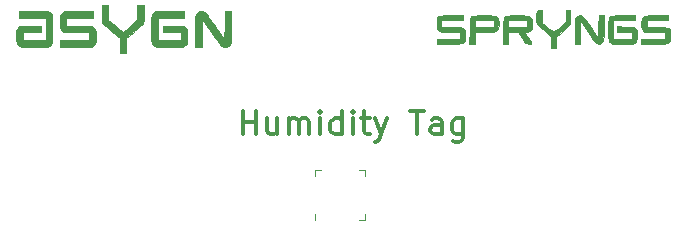
<source format=gbr>
G04 #@! TF.GenerationSoftware,KiCad,Pcbnew,5.1.9*
G04 #@! TF.CreationDate,2022-02-02T10:11:48+01:00*
G04 #@! TF.ProjectId,Test_Antenna,54657374-5f41-46e7-9465-6e6e612e6b69,rev?*
G04 #@! TF.SameCoordinates,Original*
G04 #@! TF.FileFunction,Legend,Top*
G04 #@! TF.FilePolarity,Positive*
%FSLAX46Y46*%
G04 Gerber Fmt 4.6, Leading zero omitted, Abs format (unit mm)*
G04 Created by KiCad (PCBNEW 5.1.9) date 2022-02-02 10:11:48*
%MOMM*%
%LPD*%
G01*
G04 APERTURE LIST*
%ADD10C,0.300000*%
%ADD11C,0.010000*%
%ADD12C,0.120000*%
G04 APERTURE END LIST*
D10*
X-29333333Y-32904761D02*
X-29333333Y-30904761D01*
X-29333333Y-31857142D02*
X-28190476Y-31857142D01*
X-28190476Y-32904761D02*
X-28190476Y-30904761D01*
X-26380952Y-31571428D02*
X-26380952Y-32904761D01*
X-27238095Y-31571428D02*
X-27238095Y-32619047D01*
X-27142857Y-32809523D01*
X-26952380Y-32904761D01*
X-26666666Y-32904761D01*
X-26476190Y-32809523D01*
X-26380952Y-32714285D01*
X-25428571Y-32904761D02*
X-25428571Y-31571428D01*
X-25428571Y-31761904D02*
X-25333333Y-31666666D01*
X-25142857Y-31571428D01*
X-24857142Y-31571428D01*
X-24666666Y-31666666D01*
X-24571428Y-31857142D01*
X-24571428Y-32904761D01*
X-24571428Y-31857142D02*
X-24476190Y-31666666D01*
X-24285714Y-31571428D01*
X-23999999Y-31571428D01*
X-23809523Y-31666666D01*
X-23714285Y-31857142D01*
X-23714285Y-32904761D01*
X-22761904Y-32904761D02*
X-22761904Y-31571428D01*
X-22761904Y-30904761D02*
X-22857142Y-31000000D01*
X-22761904Y-31095238D01*
X-22666666Y-31000000D01*
X-22761904Y-30904761D01*
X-22761904Y-31095238D01*
X-20952380Y-32904761D02*
X-20952380Y-30904761D01*
X-20952380Y-32809523D02*
X-21142857Y-32904761D01*
X-21523809Y-32904761D01*
X-21714285Y-32809523D01*
X-21809523Y-32714285D01*
X-21904761Y-32523809D01*
X-21904761Y-31952380D01*
X-21809523Y-31761904D01*
X-21714285Y-31666666D01*
X-21523809Y-31571428D01*
X-21142857Y-31571428D01*
X-20952380Y-31666666D01*
X-20000000Y-32904761D02*
X-20000000Y-31571428D01*
X-20000000Y-30904761D02*
X-20095238Y-31000000D01*
X-20000000Y-31095238D01*
X-19904761Y-31000000D01*
X-20000000Y-30904761D01*
X-20000000Y-31095238D01*
X-19333333Y-31571428D02*
X-18571428Y-31571428D01*
X-19047619Y-30904761D02*
X-19047619Y-32619047D01*
X-18952380Y-32809523D01*
X-18761904Y-32904761D01*
X-18571428Y-32904761D01*
X-18095238Y-31571428D02*
X-17619047Y-32904761D01*
X-17142857Y-31571428D02*
X-17619047Y-32904761D01*
X-17809523Y-33380952D01*
X-17904761Y-33476190D01*
X-18095238Y-33571428D01*
X-15142857Y-30904761D02*
X-13999999Y-30904761D01*
X-14571428Y-32904761D02*
X-14571428Y-30904761D01*
X-12476190Y-32904761D02*
X-12476190Y-31857142D01*
X-12571428Y-31666666D01*
X-12761904Y-31571428D01*
X-13142857Y-31571428D01*
X-13333333Y-31666666D01*
X-12476190Y-32809523D02*
X-12666666Y-32904761D01*
X-13142857Y-32904761D01*
X-13333333Y-32809523D01*
X-13428571Y-32619047D01*
X-13428571Y-32428571D01*
X-13333333Y-32238095D01*
X-13142857Y-32142857D01*
X-12666666Y-32142857D01*
X-12476190Y-32047619D01*
X-10666666Y-31571428D02*
X-10666666Y-33190476D01*
X-10761904Y-33380952D01*
X-10857142Y-33476190D01*
X-11047619Y-33571428D01*
X-11333333Y-33571428D01*
X-11523809Y-33476190D01*
X-10666666Y-32809523D02*
X-10857142Y-32904761D01*
X-11238095Y-32904761D01*
X-11428571Y-32809523D01*
X-11523809Y-32714285D01*
X-11619047Y-32523809D01*
X-11619047Y-31952380D01*
X-11523809Y-31761904D01*
X-11428571Y-31666666D01*
X-11238095Y-31571428D01*
X-10857142Y-31571428D01*
X-10666666Y-31666666D01*
D11*
G36*
X-4012394Y-22919351D02*
G01*
X-4008787Y-23447250D01*
X-3620385Y-23764750D01*
X-3368984Y-23972231D01*
X-3192262Y-24107900D01*
X-3061270Y-24173358D01*
X-2947054Y-24170206D01*
X-2820666Y-24100046D01*
X-2653152Y-23964478D01*
X-2490776Y-23827228D01*
X-1984000Y-23404541D01*
X-1984000Y-22399500D01*
X-1603000Y-22399500D01*
X-1603000Y-22990776D01*
X-1603476Y-23240755D01*
X-1614424Y-23425766D01*
X-1650123Y-23570462D01*
X-1724853Y-23699498D01*
X-1852894Y-23837525D01*
X-2048527Y-24009199D01*
X-2326030Y-24239171D01*
X-2326170Y-24239287D01*
X-2809500Y-24639084D01*
X-2809500Y-25638000D01*
X-3190500Y-25638000D01*
X-3191473Y-25177625D01*
X-3198038Y-24942333D01*
X-3214404Y-24755235D01*
X-3237145Y-24654231D01*
X-3239098Y-24651060D01*
X-3304369Y-24585597D01*
X-3445821Y-24458528D01*
X-3641663Y-24289059D01*
X-3838096Y-24123110D01*
X-4106910Y-23889832D01*
X-4288490Y-23698705D01*
X-4397901Y-23516622D01*
X-4450207Y-23310472D01*
X-4460472Y-23047147D01*
X-4448970Y-22780500D01*
X-4433609Y-22580440D01*
X-4403882Y-22474214D01*
X-4339515Y-22428792D01*
X-4222375Y-22411351D01*
X-4016000Y-22391453D01*
X-4012394Y-22919351D01*
G37*
X-4012394Y-22919351D02*
X-4008787Y-23447250D01*
X-3620385Y-23764750D01*
X-3368984Y-23972231D01*
X-3192262Y-24107900D01*
X-3061270Y-24173358D01*
X-2947054Y-24170206D01*
X-2820666Y-24100046D01*
X-2653152Y-23964478D01*
X-2490776Y-23827228D01*
X-1984000Y-23404541D01*
X-1984000Y-22399500D01*
X-1603000Y-22399500D01*
X-1603000Y-22990776D01*
X-1603476Y-23240755D01*
X-1614424Y-23425766D01*
X-1650123Y-23570462D01*
X-1724853Y-23699498D01*
X-1852894Y-23837525D01*
X-2048527Y-24009199D01*
X-2326030Y-24239171D01*
X-2326170Y-24239287D01*
X-2809500Y-24639084D01*
X-2809500Y-25638000D01*
X-3190500Y-25638000D01*
X-3191473Y-25177625D01*
X-3198038Y-24942333D01*
X-3214404Y-24755235D01*
X-3237145Y-24654231D01*
X-3239098Y-24651060D01*
X-3304369Y-24585597D01*
X-3445821Y-24458528D01*
X-3641663Y-24289059D01*
X-3838096Y-24123110D01*
X-4106910Y-23889832D01*
X-4288490Y-23698705D01*
X-4397901Y-23516622D01*
X-4450207Y-23310472D01*
X-4460472Y-23047147D01*
X-4448970Y-22780500D01*
X-4433609Y-22580440D01*
X-4403882Y-22474214D01*
X-4339515Y-22428792D01*
X-4222375Y-22411351D01*
X-4016000Y-22391453D01*
X-4012394Y-22919351D01*
G36*
X-10683500Y-23221513D02*
G01*
X-11588375Y-23239131D01*
X-12493250Y-23256750D01*
X-12512539Y-23521765D01*
X-12531828Y-23786781D01*
X-11645876Y-23807515D01*
X-11237660Y-23820009D01*
X-10939260Y-23842763D01*
X-10733491Y-23886608D01*
X-10603170Y-23962374D01*
X-10531114Y-24080891D01*
X-10500140Y-24252989D01*
X-10493063Y-24489498D01*
X-10493000Y-24534118D01*
X-10496502Y-24773453D01*
X-10517624Y-24953113D01*
X-10572290Y-25081652D01*
X-10676425Y-25167627D01*
X-10845953Y-25219594D01*
X-11096798Y-25246106D01*
X-11444884Y-25255722D01*
X-11838474Y-25257000D01*
X-12906000Y-25257000D01*
X-12906000Y-24812500D01*
X-10937500Y-24812500D01*
X-10937500Y-24241000D01*
X-11794750Y-24241000D01*
X-12194464Y-24237753D01*
X-12484699Y-24220454D01*
X-12682952Y-24177760D01*
X-12806714Y-24098331D01*
X-12873480Y-23970826D01*
X-12900744Y-23783903D01*
X-12906000Y-23526223D01*
X-12906000Y-23520591D01*
X-12903255Y-23287509D01*
X-12883901Y-23115242D01*
X-12831260Y-22994597D01*
X-12728655Y-22916379D01*
X-12559407Y-22871396D01*
X-12306838Y-22850452D01*
X-11954271Y-22844356D01*
X-11678625Y-22844000D01*
X-10683500Y-22844000D01*
X-10683500Y-23221513D01*
G37*
X-10683500Y-23221513D02*
X-11588375Y-23239131D01*
X-12493250Y-23256750D01*
X-12512539Y-23521765D01*
X-12531828Y-23786781D01*
X-11645876Y-23807515D01*
X-11237660Y-23820009D01*
X-10939260Y-23842763D01*
X-10733491Y-23886608D01*
X-10603170Y-23962374D01*
X-10531114Y-24080891D01*
X-10500140Y-24252989D01*
X-10493063Y-24489498D01*
X-10493000Y-24534118D01*
X-10496502Y-24773453D01*
X-10517624Y-24953113D01*
X-10572290Y-25081652D01*
X-10676425Y-25167627D01*
X-10845953Y-25219594D01*
X-11096798Y-25246106D01*
X-11444884Y-25255722D01*
X-11838474Y-25257000D01*
X-12906000Y-25257000D01*
X-12906000Y-24812500D01*
X-10937500Y-24812500D01*
X-10937500Y-24241000D01*
X-11794750Y-24241000D01*
X-12194464Y-24237753D01*
X-12484699Y-24220454D01*
X-12682952Y-24177760D01*
X-12806714Y-24098331D01*
X-12873480Y-23970826D01*
X-12900744Y-23783903D01*
X-12906000Y-23526223D01*
X-12906000Y-23520591D01*
X-12903255Y-23287509D01*
X-12883901Y-23115242D01*
X-12831260Y-22994597D01*
X-12728655Y-22916379D01*
X-12559407Y-22871396D01*
X-12306838Y-22850452D01*
X-11954271Y-22844356D01*
X-11678625Y-22844000D01*
X-10683500Y-22844000D01*
X-10683500Y-23221513D01*
G36*
X-8689122Y-22837460D02*
G01*
X-8372863Y-22848871D01*
X-8100664Y-22870303D01*
X-7900363Y-22901662D01*
X-7801281Y-22941291D01*
X-7702103Y-23115589D01*
X-7650277Y-23362991D01*
X-7645898Y-23638721D01*
X-7689066Y-23898000D01*
X-7779878Y-24096051D01*
X-7798711Y-24118928D01*
X-7855114Y-24168119D01*
X-7934680Y-24202115D01*
X-8059593Y-24223654D01*
X-8252042Y-24235472D01*
X-8534211Y-24240306D01*
X-8788342Y-24241000D01*
X-9667500Y-24241000D01*
X-9667500Y-25257000D01*
X-10120187Y-25257000D01*
X-10100219Y-24140507D01*
X-10091921Y-23735569D01*
X-10082182Y-23438790D01*
X-10068763Y-23231331D01*
X-10067870Y-23225000D01*
X-9667500Y-23225000D01*
X-9667500Y-23796500D01*
X-8080000Y-23796500D01*
X-8080000Y-23225000D01*
X-9667500Y-23225000D01*
X-10067870Y-23225000D01*
X-10049430Y-23094353D01*
X-10021945Y-23009017D01*
X-9984071Y-22956485D01*
X-9956989Y-22934007D01*
X-9837998Y-22893904D01*
X-9623879Y-22864291D01*
X-9342467Y-22845076D01*
X-9021603Y-22836164D01*
X-8689122Y-22837460D01*
G37*
X-8689122Y-22837460D02*
X-8372863Y-22848871D01*
X-8100664Y-22870303D01*
X-7900363Y-22901662D01*
X-7801281Y-22941291D01*
X-7702103Y-23115589D01*
X-7650277Y-23362991D01*
X-7645898Y-23638721D01*
X-7689066Y-23898000D01*
X-7779878Y-24096051D01*
X-7798711Y-24118928D01*
X-7855114Y-24168119D01*
X-7934680Y-24202115D01*
X-8059593Y-24223654D01*
X-8252042Y-24235472D01*
X-8534211Y-24240306D01*
X-8788342Y-24241000D01*
X-9667500Y-24241000D01*
X-9667500Y-25257000D01*
X-10120187Y-25257000D01*
X-10100219Y-24140507D01*
X-10091921Y-23735569D01*
X-10082182Y-23438790D01*
X-10068763Y-23231331D01*
X-10067870Y-23225000D01*
X-9667500Y-23225000D01*
X-9667500Y-23796500D01*
X-8080000Y-23796500D01*
X-8080000Y-23225000D01*
X-9667500Y-23225000D01*
X-10067870Y-23225000D01*
X-10049430Y-23094353D01*
X-10021945Y-23009017D01*
X-9984071Y-22956485D01*
X-9956989Y-22934007D01*
X-9837998Y-22893904D01*
X-9623879Y-22864291D01*
X-9342467Y-22845076D01*
X-9021603Y-22836164D01*
X-8689122Y-22837460D01*
G36*
X-5615427Y-22845888D02*
G01*
X-5310185Y-22858321D01*
X-5098057Y-22891451D01*
X-4962101Y-22955432D01*
X-4885374Y-23060415D01*
X-4850934Y-23216553D01*
X-4841839Y-23433999D01*
X-4841500Y-23556629D01*
X-4866092Y-23875668D01*
X-4944928Y-24088274D01*
X-5085599Y-24206137D01*
X-5286000Y-24241000D01*
X-5419852Y-24251516D01*
X-5476489Y-24276849D01*
X-5476500Y-24277246D01*
X-5442495Y-24342983D01*
X-5352586Y-24483669D01*
X-5224939Y-24671088D01*
X-5200579Y-24705871D01*
X-5028416Y-24951297D01*
X-4923783Y-25110458D01*
X-4882617Y-25201983D01*
X-4900852Y-25244502D01*
X-4974425Y-25256646D01*
X-5080346Y-25257000D01*
X-5198044Y-25251470D01*
X-5290288Y-25221719D01*
X-5380104Y-25148006D01*
X-5490521Y-25010590D01*
X-5644563Y-24789730D01*
X-5671469Y-24750222D01*
X-6016250Y-24243445D01*
X-6444875Y-24242222D01*
X-6873500Y-24241000D01*
X-6873500Y-25257000D01*
X-7254500Y-25257000D01*
X-7254500Y-24155591D01*
X-7253432Y-23796500D01*
X-6880803Y-23796500D01*
X-5286000Y-23796500D01*
X-5286000Y-23221091D01*
X-6063875Y-23238920D01*
X-6841750Y-23256750D01*
X-6861277Y-23526625D01*
X-6880803Y-23796500D01*
X-7253432Y-23796500D01*
X-7253298Y-23751773D01*
X-7248459Y-23455764D01*
X-7238139Y-23248385D01*
X-7220491Y-23110456D01*
X-7193669Y-23022801D01*
X-7155827Y-22966239D01*
X-7138375Y-22949091D01*
X-7074854Y-22908128D01*
X-6976038Y-22879099D01*
X-6821878Y-22860101D01*
X-6592328Y-22849231D01*
X-6267339Y-22844589D01*
X-6030726Y-22844000D01*
X-5615427Y-22845888D01*
G37*
X-5615427Y-22845888D02*
X-5310185Y-22858321D01*
X-5098057Y-22891451D01*
X-4962101Y-22955432D01*
X-4885374Y-23060415D01*
X-4850934Y-23216553D01*
X-4841839Y-23433999D01*
X-4841500Y-23556629D01*
X-4866092Y-23875668D01*
X-4944928Y-24088274D01*
X-5085599Y-24206137D01*
X-5286000Y-24241000D01*
X-5419852Y-24251516D01*
X-5476489Y-24276849D01*
X-5476500Y-24277246D01*
X-5442495Y-24342983D01*
X-5352586Y-24483669D01*
X-5224939Y-24671088D01*
X-5200579Y-24705871D01*
X-5028416Y-24951297D01*
X-4923783Y-25110458D01*
X-4882617Y-25201983D01*
X-4900852Y-25244502D01*
X-4974425Y-25256646D01*
X-5080346Y-25257000D01*
X-5198044Y-25251470D01*
X-5290288Y-25221719D01*
X-5380104Y-25148006D01*
X-5490521Y-25010590D01*
X-5644563Y-24789730D01*
X-5671469Y-24750222D01*
X-6016250Y-24243445D01*
X-6444875Y-24242222D01*
X-6873500Y-24241000D01*
X-6873500Y-25257000D01*
X-7254500Y-25257000D01*
X-7254500Y-24155591D01*
X-7253432Y-23796500D01*
X-6880803Y-23796500D01*
X-5286000Y-23796500D01*
X-5286000Y-23221091D01*
X-6063875Y-23238920D01*
X-6841750Y-23256750D01*
X-6861277Y-23526625D01*
X-6880803Y-23796500D01*
X-7253432Y-23796500D01*
X-7253298Y-23751773D01*
X-7248459Y-23455764D01*
X-7238139Y-23248385D01*
X-7220491Y-23110456D01*
X-7193669Y-23022801D01*
X-7155827Y-22966239D01*
X-7138375Y-22949091D01*
X-7074854Y-22908128D01*
X-6976038Y-22879099D01*
X-6821878Y-22860101D01*
X-6592328Y-22849231D01*
X-6267339Y-22844589D01*
X-6030726Y-22844000D01*
X-5615427Y-22845888D01*
G36*
X1254500Y-23824116D02*
G01*
X1250879Y-24262902D01*
X1237781Y-24592724D01*
X1211856Y-24831468D01*
X1169751Y-24997023D01*
X1108115Y-25107274D01*
X1023595Y-25180111D01*
X997625Y-25195038D01*
X886274Y-25240330D01*
X780115Y-25242774D01*
X666948Y-25191703D01*
X534573Y-25076446D01*
X370790Y-24886335D01*
X163400Y-24610702D01*
X-99797Y-24238876D01*
X-106153Y-24229754D01*
X-777500Y-23266121D01*
X-777500Y-25257000D01*
X-1222000Y-25257000D01*
X-1222000Y-24236825D01*
X-1217742Y-23778307D01*
X-1201678Y-23431508D01*
X-1168878Y-23181334D01*
X-1114410Y-23012692D01*
X-1033343Y-22910485D01*
X-920745Y-22859621D01*
X-771685Y-22845004D01*
X-767270Y-22844972D01*
X-689461Y-22851796D01*
X-613663Y-22881829D01*
X-528448Y-22947989D01*
X-422391Y-23063194D01*
X-284065Y-23240359D01*
X-102042Y-23492403D01*
X135102Y-23832243D01*
X238500Y-23981945D01*
X778250Y-24764586D01*
X795778Y-23804293D01*
X813307Y-22844000D01*
X1254500Y-22844000D01*
X1254500Y-23824116D01*
G37*
X1254500Y-23824116D02*
X1250879Y-24262902D01*
X1237781Y-24592724D01*
X1211856Y-24831468D01*
X1169751Y-24997023D01*
X1108115Y-25107274D01*
X1023595Y-25180111D01*
X997625Y-25195038D01*
X886274Y-25240330D01*
X780115Y-25242774D01*
X666948Y-25191703D01*
X534573Y-25076446D01*
X370790Y-24886335D01*
X163400Y-24610702D01*
X-99797Y-24238876D01*
X-106153Y-24229754D01*
X-777500Y-23266121D01*
X-777500Y-25257000D01*
X-1222000Y-25257000D01*
X-1222000Y-24236825D01*
X-1217742Y-23778307D01*
X-1201678Y-23431508D01*
X-1168878Y-23181334D01*
X-1114410Y-23012692D01*
X-1033343Y-22910485D01*
X-920745Y-22859621D01*
X-771685Y-22845004D01*
X-767270Y-22844972D01*
X-689461Y-22851796D01*
X-613663Y-22881829D01*
X-528448Y-22947989D01*
X-422391Y-23063194D01*
X-284065Y-23240359D01*
X-102042Y-23492403D01*
X135102Y-23832243D01*
X238500Y-23981945D01*
X778250Y-24764586D01*
X795778Y-23804293D01*
X813307Y-22844000D01*
X1254500Y-22844000D01*
X1254500Y-23824116D01*
G36*
X3858000Y-22844000D02*
G01*
X3858000Y-23221513D01*
X2953125Y-23239131D01*
X2048250Y-23256750D01*
X2030420Y-24034625D01*
X2012591Y-24812500D01*
X3674802Y-24812500D01*
X3635750Y-24272750D01*
X3016625Y-24254575D01*
X2397500Y-24236401D01*
X2397500Y-23785263D01*
X3089517Y-23806756D01*
X3457433Y-23823662D01*
X3717105Y-23857248D01*
X3887265Y-23921722D01*
X3986644Y-24031290D01*
X4033976Y-24200161D01*
X4047991Y-24442543D01*
X4048500Y-24534118D01*
X4043795Y-24784033D01*
X4018542Y-24968530D01*
X3956027Y-25097524D01*
X3839537Y-25180929D01*
X3652362Y-25228661D01*
X3377788Y-25250634D01*
X2999104Y-25256762D01*
X2830026Y-25257000D01*
X2461360Y-25255613D01*
X2197942Y-25249730D01*
X2018036Y-25236764D01*
X1899903Y-25214129D01*
X1821806Y-25179239D01*
X1762500Y-25130000D01*
X1713684Y-25071278D01*
X1679197Y-24994537D01*
X1656588Y-24878513D01*
X1643406Y-24701946D01*
X1637199Y-24443574D01*
X1635514Y-24082137D01*
X1635500Y-24028591D01*
X1637004Y-23650730D01*
X1642995Y-23379247D01*
X1655688Y-23193541D01*
X1677301Y-23073010D01*
X1710048Y-22997053D01*
X1751625Y-22949091D01*
X1815015Y-22908199D01*
X1913621Y-22879197D01*
X2067450Y-22860193D01*
X2296509Y-22849296D01*
X2620807Y-22844614D01*
X2862875Y-22843999D01*
X3858000Y-22844000D01*
G37*
X3858000Y-22844000D02*
X3858000Y-23221513D01*
X2953125Y-23239131D01*
X2048250Y-23256750D01*
X2030420Y-24034625D01*
X2012591Y-24812500D01*
X3674802Y-24812500D01*
X3635750Y-24272750D01*
X3016625Y-24254575D01*
X2397500Y-24236401D01*
X2397500Y-23785263D01*
X3089517Y-23806756D01*
X3457433Y-23823662D01*
X3717105Y-23857248D01*
X3887265Y-23921722D01*
X3986644Y-24031290D01*
X4033976Y-24200161D01*
X4047991Y-24442543D01*
X4048500Y-24534118D01*
X4043795Y-24784033D01*
X4018542Y-24968530D01*
X3956027Y-25097524D01*
X3839537Y-25180929D01*
X3652362Y-25228661D01*
X3377788Y-25250634D01*
X2999104Y-25256762D01*
X2830026Y-25257000D01*
X2461360Y-25255613D01*
X2197942Y-25249730D01*
X2018036Y-25236764D01*
X1899903Y-25214129D01*
X1821806Y-25179239D01*
X1762500Y-25130000D01*
X1713684Y-25071278D01*
X1679197Y-24994537D01*
X1656588Y-24878513D01*
X1643406Y-24701946D01*
X1637199Y-24443574D01*
X1635514Y-24082137D01*
X1635500Y-24028591D01*
X1637004Y-23650730D01*
X1642995Y-23379247D01*
X1655688Y-23193541D01*
X1677301Y-23073010D01*
X1710048Y-22997053D01*
X1751625Y-22949091D01*
X1815015Y-22908199D01*
X1913621Y-22879197D01*
X2067450Y-22860193D01*
X2296509Y-22849296D01*
X2620807Y-22844614D01*
X2862875Y-22843999D01*
X3858000Y-22844000D01*
G36*
X6652000Y-23225000D02*
G01*
X4874000Y-23225000D01*
X4874000Y-23796500D01*
X5638039Y-23796500D01*
X6058066Y-23802762D01*
X6368927Y-23825996D01*
X6588041Y-23872871D01*
X6732823Y-23950057D01*
X6820689Y-24064223D01*
X6869058Y-24222039D01*
X6877318Y-24271076D01*
X6898477Y-24617462D01*
X6854583Y-24904139D01*
X6750232Y-25107026D01*
X6710396Y-25145875D01*
X6644548Y-25187425D01*
X6551180Y-25217328D01*
X6410429Y-25237411D01*
X6202433Y-25249499D01*
X5907328Y-25255420D01*
X5505252Y-25256999D01*
X5501965Y-25257000D01*
X4429500Y-25257000D01*
X4429500Y-24812500D01*
X6461500Y-24812500D01*
X6461500Y-24241000D01*
X4692717Y-24241000D01*
X4555038Y-24066375D01*
X4480253Y-23951462D01*
X4442601Y-23822342D01*
X4434367Y-23637449D01*
X4441771Y-23456202D01*
X4456932Y-23243508D01*
X4486663Y-23086847D01*
X4548287Y-22977653D01*
X4659128Y-22907359D01*
X4836510Y-22867400D01*
X5097758Y-22849209D01*
X5460195Y-22844220D01*
X5679886Y-22844000D01*
X6652000Y-22844000D01*
X6652000Y-23225000D01*
G37*
X6652000Y-23225000D02*
X4874000Y-23225000D01*
X4874000Y-23796500D01*
X5638039Y-23796500D01*
X6058066Y-23802762D01*
X6368927Y-23825996D01*
X6588041Y-23872871D01*
X6732823Y-23950057D01*
X6820689Y-24064223D01*
X6869058Y-24222039D01*
X6877318Y-24271076D01*
X6898477Y-24617462D01*
X6854583Y-24904139D01*
X6750232Y-25107026D01*
X6710396Y-25145875D01*
X6644548Y-25187425D01*
X6551180Y-25217328D01*
X6410429Y-25237411D01*
X6202433Y-25249499D01*
X5907328Y-25255420D01*
X5505252Y-25256999D01*
X5501965Y-25257000D01*
X4429500Y-25257000D01*
X4429500Y-24812500D01*
X6461500Y-24812500D01*
X6461500Y-24241000D01*
X4692717Y-24241000D01*
X4555038Y-24066375D01*
X4480253Y-23951462D01*
X4442601Y-23822342D01*
X4434367Y-23637449D01*
X4441771Y-23456202D01*
X4456932Y-23243508D01*
X4486663Y-23086847D01*
X4548287Y-22977653D01*
X4659128Y-22907359D01*
X4836510Y-22867400D01*
X5097758Y-22849209D01*
X5460195Y-22844220D01*
X5679886Y-22844000D01*
X6652000Y-22844000D01*
X6652000Y-23225000D01*
G36*
X-30308917Y-23781359D02*
G01*
X-30308953Y-23980946D01*
X-30309067Y-24160400D01*
X-30309271Y-24320755D01*
X-30309576Y-24463043D01*
X-30309992Y-24588300D01*
X-30310530Y-24697559D01*
X-30311202Y-24791852D01*
X-30312018Y-24872215D01*
X-30312990Y-24939680D01*
X-30314127Y-24995281D01*
X-30315442Y-25040052D01*
X-30316944Y-25075026D01*
X-30318646Y-25101238D01*
X-30320557Y-25119720D01*
X-30322689Y-25131506D01*
X-30323212Y-25133380D01*
X-30364287Y-25233876D01*
X-30421724Y-25320966D01*
X-30495280Y-25394362D01*
X-30584709Y-25453775D01*
X-30603175Y-25463311D01*
X-30693613Y-25508125D01*
X-30971971Y-25508125D01*
X-31061132Y-25463779D01*
X-31143691Y-25415053D01*
X-31204553Y-25363238D01*
X-31217354Y-25347562D01*
X-31241411Y-25315591D01*
X-31275935Y-25268436D01*
X-31320141Y-25207207D01*
X-31373242Y-25133017D01*
X-31434450Y-25046977D01*
X-31502978Y-24950198D01*
X-31578040Y-24843791D01*
X-31658848Y-24728869D01*
X-31744615Y-24606541D01*
X-31834554Y-24477921D01*
X-31927879Y-24344118D01*
X-32019470Y-24212478D01*
X-32780125Y-23117915D01*
X-32782817Y-24315666D01*
X-32785508Y-25513417D01*
X-33346334Y-25513417D01*
X-33346334Y-24233354D01*
X-33346257Y-24016452D01*
X-33346024Y-23820255D01*
X-33345630Y-23644300D01*
X-33345071Y-23488126D01*
X-33344344Y-23351272D01*
X-33343445Y-23233275D01*
X-33342368Y-23133675D01*
X-33341111Y-23052009D01*
X-33339670Y-22987815D01*
X-33338039Y-22940633D01*
X-33336216Y-22910000D01*
X-33334638Y-22897208D01*
X-33306118Y-22807972D01*
X-33260089Y-22721962D01*
X-33200041Y-22644102D01*
X-33129463Y-22579313D01*
X-33090593Y-22552923D01*
X-33009772Y-22514766D01*
X-32919213Y-22489650D01*
X-32827209Y-22479532D01*
X-32784008Y-22480649D01*
X-32681756Y-22496403D01*
X-32591594Y-22527843D01*
X-32509831Y-22576547D01*
X-32456956Y-22620510D01*
X-32444140Y-22635519D01*
X-32419900Y-22667150D01*
X-32384811Y-22714590D01*
X-32339450Y-22777027D01*
X-32284396Y-22853648D01*
X-32220225Y-22943641D01*
X-32147514Y-23046193D01*
X-32066840Y-23160491D01*
X-31978781Y-23285724D01*
X-31883913Y-23421077D01*
X-31782814Y-23565740D01*
X-31676060Y-23718898D01*
X-31636747Y-23775396D01*
X-30864542Y-24885637D01*
X-30861851Y-23680819D01*
X-30859161Y-22476000D01*
X-30308917Y-22476000D01*
X-30308917Y-23781359D01*
G37*
X-30308917Y-23781359D02*
X-30308953Y-23980946D01*
X-30309067Y-24160400D01*
X-30309271Y-24320755D01*
X-30309576Y-24463043D01*
X-30309992Y-24588300D01*
X-30310530Y-24697559D01*
X-30311202Y-24791852D01*
X-30312018Y-24872215D01*
X-30312990Y-24939680D01*
X-30314127Y-24995281D01*
X-30315442Y-25040052D01*
X-30316944Y-25075026D01*
X-30318646Y-25101238D01*
X-30320557Y-25119720D01*
X-30322689Y-25131506D01*
X-30323212Y-25133380D01*
X-30364287Y-25233876D01*
X-30421724Y-25320966D01*
X-30495280Y-25394362D01*
X-30584709Y-25453775D01*
X-30603175Y-25463311D01*
X-30693613Y-25508125D01*
X-30971971Y-25508125D01*
X-31061132Y-25463779D01*
X-31143691Y-25415053D01*
X-31204553Y-25363238D01*
X-31217354Y-25347562D01*
X-31241411Y-25315591D01*
X-31275935Y-25268436D01*
X-31320141Y-25207207D01*
X-31373242Y-25133017D01*
X-31434450Y-25046977D01*
X-31502978Y-24950198D01*
X-31578040Y-24843791D01*
X-31658848Y-24728869D01*
X-31744615Y-24606541D01*
X-31834554Y-24477921D01*
X-31927879Y-24344118D01*
X-32019470Y-24212478D01*
X-32780125Y-23117915D01*
X-32782817Y-24315666D01*
X-32785508Y-25513417D01*
X-33346334Y-25513417D01*
X-33346334Y-24233354D01*
X-33346257Y-24016452D01*
X-33346024Y-23820255D01*
X-33345630Y-23644300D01*
X-33345071Y-23488126D01*
X-33344344Y-23351272D01*
X-33343445Y-23233275D01*
X-33342368Y-23133675D01*
X-33341111Y-23052009D01*
X-33339670Y-22987815D01*
X-33338039Y-22940633D01*
X-33336216Y-22910000D01*
X-33334638Y-22897208D01*
X-33306118Y-22807972D01*
X-33260089Y-22721962D01*
X-33200041Y-22644102D01*
X-33129463Y-22579313D01*
X-33090593Y-22552923D01*
X-33009772Y-22514766D01*
X-32919213Y-22489650D01*
X-32827209Y-22479532D01*
X-32784008Y-22480649D01*
X-32681756Y-22496403D01*
X-32591594Y-22527843D01*
X-32509831Y-22576547D01*
X-32456956Y-22620510D01*
X-32444140Y-22635519D01*
X-32419900Y-22667150D01*
X-32384811Y-22714590D01*
X-32339450Y-22777027D01*
X-32284396Y-22853648D01*
X-32220225Y-22943641D01*
X-32147514Y-23046193D01*
X-32066840Y-23160491D01*
X-31978781Y-23285724D01*
X-31883913Y-23421077D01*
X-31782814Y-23565740D01*
X-31676060Y-23718898D01*
X-31636747Y-23775396D01*
X-30864542Y-24885637D01*
X-30861851Y-23680819D01*
X-30859161Y-22476000D01*
X-30308917Y-22476000D01*
X-30308917Y-23781359D01*
G36*
X-34256500Y-23036917D02*
G01*
X-36489584Y-23036917D01*
X-36489584Y-24963083D01*
X-34563417Y-24963083D01*
X-34563417Y-24275167D01*
X-36087417Y-24275167D01*
X-36087417Y-23724833D01*
X-35269432Y-23724833D01*
X-35112506Y-23724840D01*
X-34975239Y-23724924D01*
X-34856124Y-23725177D01*
X-34753653Y-23725691D01*
X-34666319Y-23726559D01*
X-34592614Y-23727875D01*
X-34531031Y-23729729D01*
X-34480063Y-23732216D01*
X-34438201Y-23735428D01*
X-34403939Y-23739457D01*
X-34375769Y-23744396D01*
X-34352183Y-23750338D01*
X-34331675Y-23757375D01*
X-34312736Y-23765600D01*
X-34293859Y-23775106D01*
X-34273537Y-23785985D01*
X-34273442Y-23786036D01*
X-34208331Y-23830419D01*
X-34146197Y-23889947D01*
X-34092545Y-23958748D01*
X-34061585Y-24012086D01*
X-34047326Y-24043149D01*
X-34035437Y-24074965D01*
X-34025740Y-24109665D01*
X-34018055Y-24149377D01*
X-34012205Y-24196229D01*
X-34008012Y-24252352D01*
X-34005296Y-24319873D01*
X-34003880Y-24400923D01*
X-34003585Y-24497630D01*
X-34004233Y-24612123D01*
X-34004975Y-24687917D01*
X-34006165Y-24791216D01*
X-34007362Y-24875703D01*
X-34008700Y-24943732D01*
X-34010313Y-24997657D01*
X-34012333Y-25039832D01*
X-34014895Y-25072611D01*
X-34018132Y-25098348D01*
X-34022177Y-25119397D01*
X-34027164Y-25138112D01*
X-34031232Y-25150918D01*
X-34071070Y-25240163D01*
X-34127284Y-25321590D01*
X-34196726Y-25392260D01*
X-34276251Y-25449232D01*
X-34362710Y-25489566D01*
X-34407649Y-25502597D01*
X-34425727Y-25504297D01*
X-34464109Y-25505868D01*
X-34521936Y-25507301D01*
X-34598347Y-25508589D01*
X-34692479Y-25509724D01*
X-34803473Y-25510698D01*
X-34930468Y-25511503D01*
X-35072601Y-25512131D01*
X-35229013Y-25512575D01*
X-35398842Y-25512827D01*
X-35537084Y-25512885D01*
X-36621875Y-25512870D01*
X-36693083Y-25488602D01*
X-36770441Y-25454584D01*
X-36844267Y-25408095D01*
X-36906766Y-25354247D01*
X-36920191Y-25339681D01*
X-36954569Y-25292174D01*
X-36988039Y-25232080D01*
X-37016582Y-25167750D01*
X-37036178Y-25107534D01*
X-37039756Y-25091284D01*
X-37041637Y-25070596D01*
X-37043342Y-25030613D01*
X-37044872Y-24973129D01*
X-37046228Y-24899934D01*
X-37047410Y-24812819D01*
X-37048420Y-24713576D01*
X-37049258Y-24603995D01*
X-37049926Y-24485868D01*
X-37050422Y-24360985D01*
X-37050750Y-24231139D01*
X-37050909Y-24098120D01*
X-37050900Y-23963719D01*
X-37050724Y-23829728D01*
X-37050381Y-23697937D01*
X-37049873Y-23570138D01*
X-37049200Y-23448122D01*
X-37048363Y-23333681D01*
X-37047363Y-23228604D01*
X-37046200Y-23134684D01*
X-37044876Y-23053711D01*
X-37043391Y-22987477D01*
X-37041746Y-22937773D01*
X-37039941Y-22906390D01*
X-37038805Y-22897208D01*
X-37011589Y-22811646D01*
X-36967844Y-22728794D01*
X-36910976Y-22653102D01*
X-36844389Y-22589020D01*
X-36771489Y-22540995D01*
X-36762898Y-22536724D01*
X-36743837Y-22527518D01*
X-36726282Y-22519299D01*
X-36708987Y-22512008D01*
X-36690705Y-22505591D01*
X-36670191Y-22499992D01*
X-36646198Y-22495155D01*
X-36617480Y-22491023D01*
X-36582792Y-22487542D01*
X-36540887Y-22484655D01*
X-36490519Y-22482306D01*
X-36430442Y-22480439D01*
X-36359410Y-22478999D01*
X-36276177Y-22477929D01*
X-36179498Y-22477174D01*
X-36068125Y-22476677D01*
X-35940813Y-22476384D01*
X-35796315Y-22476237D01*
X-35633387Y-22476181D01*
X-35450781Y-22476161D01*
X-35412730Y-22476156D01*
X-34256500Y-22476000D01*
X-34256500Y-23036917D01*
G37*
X-34256500Y-23036917D02*
X-36489584Y-23036917D01*
X-36489584Y-24963083D01*
X-34563417Y-24963083D01*
X-34563417Y-24275167D01*
X-36087417Y-24275167D01*
X-36087417Y-23724833D01*
X-35269432Y-23724833D01*
X-35112506Y-23724840D01*
X-34975239Y-23724924D01*
X-34856124Y-23725177D01*
X-34753653Y-23725691D01*
X-34666319Y-23726559D01*
X-34592614Y-23727875D01*
X-34531031Y-23729729D01*
X-34480063Y-23732216D01*
X-34438201Y-23735428D01*
X-34403939Y-23739457D01*
X-34375769Y-23744396D01*
X-34352183Y-23750338D01*
X-34331675Y-23757375D01*
X-34312736Y-23765600D01*
X-34293859Y-23775106D01*
X-34273537Y-23785985D01*
X-34273442Y-23786036D01*
X-34208331Y-23830419D01*
X-34146197Y-23889947D01*
X-34092545Y-23958748D01*
X-34061585Y-24012086D01*
X-34047326Y-24043149D01*
X-34035437Y-24074965D01*
X-34025740Y-24109665D01*
X-34018055Y-24149377D01*
X-34012205Y-24196229D01*
X-34008012Y-24252352D01*
X-34005296Y-24319873D01*
X-34003880Y-24400923D01*
X-34003585Y-24497630D01*
X-34004233Y-24612123D01*
X-34004975Y-24687917D01*
X-34006165Y-24791216D01*
X-34007362Y-24875703D01*
X-34008700Y-24943732D01*
X-34010313Y-24997657D01*
X-34012333Y-25039832D01*
X-34014895Y-25072611D01*
X-34018132Y-25098348D01*
X-34022177Y-25119397D01*
X-34027164Y-25138112D01*
X-34031232Y-25150918D01*
X-34071070Y-25240163D01*
X-34127284Y-25321590D01*
X-34196726Y-25392260D01*
X-34276251Y-25449232D01*
X-34362710Y-25489566D01*
X-34407649Y-25502597D01*
X-34425727Y-25504297D01*
X-34464109Y-25505868D01*
X-34521936Y-25507301D01*
X-34598347Y-25508589D01*
X-34692479Y-25509724D01*
X-34803473Y-25510698D01*
X-34930468Y-25511503D01*
X-35072601Y-25512131D01*
X-35229013Y-25512575D01*
X-35398842Y-25512827D01*
X-35537084Y-25512885D01*
X-36621875Y-25512870D01*
X-36693083Y-25488602D01*
X-36770441Y-25454584D01*
X-36844267Y-25408095D01*
X-36906766Y-25354247D01*
X-36920191Y-25339681D01*
X-36954569Y-25292174D01*
X-36988039Y-25232080D01*
X-37016582Y-25167750D01*
X-37036178Y-25107534D01*
X-37039756Y-25091284D01*
X-37041637Y-25070596D01*
X-37043342Y-25030613D01*
X-37044872Y-24973129D01*
X-37046228Y-24899934D01*
X-37047410Y-24812819D01*
X-37048420Y-24713576D01*
X-37049258Y-24603995D01*
X-37049926Y-24485868D01*
X-37050422Y-24360985D01*
X-37050750Y-24231139D01*
X-37050909Y-24098120D01*
X-37050900Y-23963719D01*
X-37050724Y-23829728D01*
X-37050381Y-23697937D01*
X-37049873Y-23570138D01*
X-37049200Y-23448122D01*
X-37048363Y-23333681D01*
X-37047363Y-23228604D01*
X-37046200Y-23134684D01*
X-37044876Y-23053711D01*
X-37043391Y-22987477D01*
X-37041746Y-22937773D01*
X-37039941Y-22906390D01*
X-37038805Y-22897208D01*
X-37011589Y-22811646D01*
X-36967844Y-22728794D01*
X-36910976Y-22653102D01*
X-36844389Y-22589020D01*
X-36771489Y-22540995D01*
X-36762898Y-22536724D01*
X-36743837Y-22527518D01*
X-36726282Y-22519299D01*
X-36708987Y-22512008D01*
X-36690705Y-22505591D01*
X-36670191Y-22499992D01*
X-36646198Y-22495155D01*
X-36617480Y-22491023D01*
X-36582792Y-22487542D01*
X-36540887Y-22484655D01*
X-36490519Y-22482306D01*
X-36430442Y-22480439D01*
X-36359410Y-22478999D01*
X-36276177Y-22477929D01*
X-36179498Y-22477174D01*
X-36068125Y-22476677D01*
X-35940813Y-22476384D01*
X-35796315Y-22476237D01*
X-35633387Y-22476181D01*
X-35450781Y-22476161D01*
X-35412730Y-22476156D01*
X-34256500Y-22476000D01*
X-34256500Y-23036917D01*
G36*
X-46874866Y-22476008D02*
G01*
X-46711514Y-22476047D01*
X-46566876Y-22476137D01*
X-46439722Y-22476299D01*
X-46328827Y-22476555D01*
X-46232964Y-22476925D01*
X-46150905Y-22477430D01*
X-46081424Y-22478090D01*
X-46023292Y-22478928D01*
X-45975284Y-22479963D01*
X-45936172Y-22481217D01*
X-45904730Y-22482711D01*
X-45879729Y-22484465D01*
X-45859944Y-22486501D01*
X-45844147Y-22488839D01*
X-45831110Y-22491500D01*
X-45819608Y-22494505D01*
X-45810383Y-22497265D01*
X-45721169Y-22535062D01*
X-45639320Y-22589646D01*
X-45568815Y-22657657D01*
X-45513632Y-22735737D01*
X-45502113Y-22757623D01*
X-45492682Y-22776779D01*
X-45484312Y-22794350D01*
X-45476940Y-22811653D01*
X-45470503Y-22830004D01*
X-45464937Y-22850720D01*
X-45460179Y-22875118D01*
X-45456167Y-22904515D01*
X-45452835Y-22940227D01*
X-45450122Y-22983571D01*
X-45447964Y-23035864D01*
X-45446297Y-23098422D01*
X-45445059Y-23172563D01*
X-45444186Y-23259602D01*
X-45443615Y-23360857D01*
X-45443282Y-23477644D01*
X-45443125Y-23611280D01*
X-45443080Y-23763082D01*
X-45443083Y-23934366D01*
X-45443084Y-23985827D01*
X-45443184Y-24183994D01*
X-45443488Y-24361423D01*
X-45444000Y-24518544D01*
X-45444724Y-24655785D01*
X-45445666Y-24773575D01*
X-45446829Y-24872343D01*
X-45448219Y-24952517D01*
X-45449839Y-25014526D01*
X-45451695Y-25058799D01*
X-45453790Y-25085765D01*
X-45454779Y-25092208D01*
X-45481435Y-25176441D01*
X-45524132Y-25258290D01*
X-45579484Y-25333322D01*
X-45644105Y-25397105D01*
X-45714608Y-25445208D01*
X-45730699Y-25453307D01*
X-45750995Y-25462866D01*
X-45769720Y-25471349D01*
X-45788199Y-25478819D01*
X-45807755Y-25485339D01*
X-45829715Y-25490971D01*
X-45855403Y-25495780D01*
X-45886143Y-25499827D01*
X-45923261Y-25503175D01*
X-45968081Y-25505888D01*
X-46021927Y-25508029D01*
X-46086125Y-25509661D01*
X-46161999Y-25510846D01*
X-46250874Y-25511647D01*
X-46354075Y-25512128D01*
X-46472927Y-25512352D01*
X-46608753Y-25512381D01*
X-46762880Y-25512278D01*
X-46936631Y-25512107D01*
X-46967084Y-25512076D01*
X-47128581Y-25511816D01*
X-47281456Y-25511369D01*
X-47424455Y-25510748D01*
X-47556324Y-25509966D01*
X-47675808Y-25509035D01*
X-47781655Y-25507968D01*
X-47872609Y-25506778D01*
X-47947418Y-25505477D01*
X-48004826Y-25504078D01*
X-48043581Y-25502594D01*
X-48062427Y-25501037D01*
X-48062459Y-25501031D01*
X-48149015Y-25474792D01*
X-48233294Y-25430967D01*
X-48310525Y-25372989D01*
X-48375943Y-25304292D01*
X-48414575Y-25247465D01*
X-48429532Y-25220730D01*
X-48442069Y-25196197D01*
X-48452388Y-25171783D01*
X-48460688Y-25145407D01*
X-48467169Y-25114986D01*
X-48472033Y-25078439D01*
X-48475478Y-25033682D01*
X-48477705Y-24978633D01*
X-48478915Y-24911211D01*
X-48479308Y-24829333D01*
X-48479083Y-24730917D01*
X-48478441Y-24613881D01*
X-48478262Y-24585091D01*
X-48475209Y-24098899D01*
X-48430326Y-24008345D01*
X-48374049Y-23916725D01*
X-48304021Y-23841195D01*
X-48220253Y-23781767D01*
X-48122755Y-23738447D01*
X-48100225Y-23731305D01*
X-48087630Y-23728125D01*
X-48071774Y-23725359D01*
X-48051200Y-23722980D01*
X-48024450Y-23720960D01*
X-47990066Y-23719270D01*
X-47946593Y-23717882D01*
X-47892572Y-23716767D01*
X-47826546Y-23715899D01*
X-47747058Y-23715248D01*
X-47652650Y-23714786D01*
X-47541866Y-23714485D01*
X-47413247Y-23714316D01*
X-47265337Y-23714253D01*
X-47219163Y-23714250D01*
X-46395584Y-23714250D01*
X-46395584Y-24264583D01*
X-47930167Y-24264583D01*
X-47930167Y-24952500D01*
X-46004000Y-24952500D01*
X-46004000Y-23026333D01*
X-48237084Y-23026333D01*
X-48237084Y-22476000D01*
X-47058157Y-22476000D01*
X-46874866Y-22476008D01*
G37*
X-46874866Y-22476008D02*
X-46711514Y-22476047D01*
X-46566876Y-22476137D01*
X-46439722Y-22476299D01*
X-46328827Y-22476555D01*
X-46232964Y-22476925D01*
X-46150905Y-22477430D01*
X-46081424Y-22478090D01*
X-46023292Y-22478928D01*
X-45975284Y-22479963D01*
X-45936172Y-22481217D01*
X-45904730Y-22482711D01*
X-45879729Y-22484465D01*
X-45859944Y-22486501D01*
X-45844147Y-22488839D01*
X-45831110Y-22491500D01*
X-45819608Y-22494505D01*
X-45810383Y-22497265D01*
X-45721169Y-22535062D01*
X-45639320Y-22589646D01*
X-45568815Y-22657657D01*
X-45513632Y-22735737D01*
X-45502113Y-22757623D01*
X-45492682Y-22776779D01*
X-45484312Y-22794350D01*
X-45476940Y-22811653D01*
X-45470503Y-22830004D01*
X-45464937Y-22850720D01*
X-45460179Y-22875118D01*
X-45456167Y-22904515D01*
X-45452835Y-22940227D01*
X-45450122Y-22983571D01*
X-45447964Y-23035864D01*
X-45446297Y-23098422D01*
X-45445059Y-23172563D01*
X-45444186Y-23259602D01*
X-45443615Y-23360857D01*
X-45443282Y-23477644D01*
X-45443125Y-23611280D01*
X-45443080Y-23763082D01*
X-45443083Y-23934366D01*
X-45443084Y-23985827D01*
X-45443184Y-24183994D01*
X-45443488Y-24361423D01*
X-45444000Y-24518544D01*
X-45444724Y-24655785D01*
X-45445666Y-24773575D01*
X-45446829Y-24872343D01*
X-45448219Y-24952517D01*
X-45449839Y-25014526D01*
X-45451695Y-25058799D01*
X-45453790Y-25085765D01*
X-45454779Y-25092208D01*
X-45481435Y-25176441D01*
X-45524132Y-25258290D01*
X-45579484Y-25333322D01*
X-45644105Y-25397105D01*
X-45714608Y-25445208D01*
X-45730699Y-25453307D01*
X-45750995Y-25462866D01*
X-45769720Y-25471349D01*
X-45788199Y-25478819D01*
X-45807755Y-25485339D01*
X-45829715Y-25490971D01*
X-45855403Y-25495780D01*
X-45886143Y-25499827D01*
X-45923261Y-25503175D01*
X-45968081Y-25505888D01*
X-46021927Y-25508029D01*
X-46086125Y-25509661D01*
X-46161999Y-25510846D01*
X-46250874Y-25511647D01*
X-46354075Y-25512128D01*
X-46472927Y-25512352D01*
X-46608753Y-25512381D01*
X-46762880Y-25512278D01*
X-46936631Y-25512107D01*
X-46967084Y-25512076D01*
X-47128581Y-25511816D01*
X-47281456Y-25511369D01*
X-47424455Y-25510748D01*
X-47556324Y-25509966D01*
X-47675808Y-25509035D01*
X-47781655Y-25507968D01*
X-47872609Y-25506778D01*
X-47947418Y-25505477D01*
X-48004826Y-25504078D01*
X-48043581Y-25502594D01*
X-48062427Y-25501037D01*
X-48062459Y-25501031D01*
X-48149015Y-25474792D01*
X-48233294Y-25430967D01*
X-48310525Y-25372989D01*
X-48375943Y-25304292D01*
X-48414575Y-25247465D01*
X-48429532Y-25220730D01*
X-48442069Y-25196197D01*
X-48452388Y-25171783D01*
X-48460688Y-25145407D01*
X-48467169Y-25114986D01*
X-48472033Y-25078439D01*
X-48475478Y-25033682D01*
X-48477705Y-24978633D01*
X-48478915Y-24911211D01*
X-48479308Y-24829333D01*
X-48479083Y-24730917D01*
X-48478441Y-24613881D01*
X-48478262Y-24585091D01*
X-48475209Y-24098899D01*
X-48430326Y-24008345D01*
X-48374049Y-23916725D01*
X-48304021Y-23841195D01*
X-48220253Y-23781767D01*
X-48122755Y-23738447D01*
X-48100225Y-23731305D01*
X-48087630Y-23728125D01*
X-48071774Y-23725359D01*
X-48051200Y-23722980D01*
X-48024450Y-23720960D01*
X-47990066Y-23719270D01*
X-47946593Y-23717882D01*
X-47892572Y-23716767D01*
X-47826546Y-23715899D01*
X-47747058Y-23715248D01*
X-47652650Y-23714786D01*
X-47541866Y-23714485D01*
X-47413247Y-23714316D01*
X-47265337Y-23714253D01*
X-47219163Y-23714250D01*
X-46395584Y-23714250D01*
X-46395584Y-24264583D01*
X-47930167Y-24264583D01*
X-47930167Y-24952500D01*
X-46004000Y-24952500D01*
X-46004000Y-23026333D01*
X-48237084Y-23026333D01*
X-48237084Y-22476000D01*
X-47058157Y-22476000D01*
X-46874866Y-22476008D01*
G36*
X-42014084Y-23036917D02*
G01*
X-44247167Y-23036917D01*
X-44247167Y-23724833D01*
X-43228521Y-23724959D01*
X-43055314Y-23724978D01*
X-42901929Y-23725030D01*
X-42767024Y-23725176D01*
X-42649254Y-23725477D01*
X-42547278Y-23725995D01*
X-42459749Y-23726788D01*
X-42385327Y-23727920D01*
X-42322665Y-23729450D01*
X-42270422Y-23731439D01*
X-42227254Y-23733949D01*
X-42191816Y-23737040D01*
X-42162766Y-23740772D01*
X-42138760Y-23745208D01*
X-42118454Y-23750407D01*
X-42100504Y-23756431D01*
X-42083568Y-23763341D01*
X-42066301Y-23771197D01*
X-42051125Y-23778307D01*
X-42009472Y-23803759D01*
X-41962024Y-23842079D01*
X-41913996Y-23888055D01*
X-41870598Y-23936475D01*
X-41837044Y-23982125D01*
X-41824141Y-24005292D01*
X-41811782Y-24032436D01*
X-41801498Y-24057662D01*
X-41793100Y-24083174D01*
X-41786396Y-24111175D01*
X-41781194Y-24143869D01*
X-41777303Y-24183460D01*
X-41774532Y-24232151D01*
X-41772690Y-24292146D01*
X-41771585Y-24365648D01*
X-41771026Y-24454863D01*
X-41770821Y-24561992D01*
X-41770793Y-24619850D01*
X-41770861Y-24733612D01*
X-41771178Y-24828257D01*
X-41771812Y-24905833D01*
X-41772828Y-24968388D01*
X-41774294Y-25017970D01*
X-41776277Y-25056628D01*
X-41778844Y-25086409D01*
X-41782061Y-25109364D01*
X-41785995Y-25127538D01*
X-41787552Y-25133141D01*
X-41825796Y-25228340D01*
X-41880592Y-25314016D01*
X-41949432Y-25387858D01*
X-42029811Y-25447552D01*
X-42119223Y-25490786D01*
X-42198590Y-25512530D01*
X-42219175Y-25514522D01*
X-42258202Y-25516318D01*
X-42315937Y-25517919D01*
X-42392647Y-25519328D01*
X-42488598Y-25520547D01*
X-42604056Y-25521578D01*
X-42739288Y-25522423D01*
X-42894561Y-25523085D01*
X-43070141Y-25523567D01*
X-43266294Y-25523869D01*
X-43483287Y-25523995D01*
X-43534736Y-25524000D01*
X-44808084Y-25524000D01*
X-44808084Y-24963083D01*
X-42321000Y-24963083D01*
X-42321000Y-24275167D01*
X-43346469Y-24275167D01*
X-43516846Y-24275155D01*
X-43667382Y-24275103D01*
X-43799403Y-24274986D01*
X-43914236Y-24274777D01*
X-44013207Y-24274452D01*
X-44097642Y-24273985D01*
X-44168866Y-24273350D01*
X-44228206Y-24272523D01*
X-44276988Y-24271476D01*
X-44316539Y-24270186D01*
X-44348183Y-24268626D01*
X-44373247Y-24266772D01*
X-44393058Y-24264596D01*
X-44408941Y-24262075D01*
X-44422223Y-24259183D01*
X-44434229Y-24255894D01*
X-44439962Y-24254156D01*
X-44534241Y-24214398D01*
X-44618297Y-24157656D01*
X-44689800Y-24086353D01*
X-44746416Y-24002913D01*
X-44785814Y-23909758D01*
X-44791861Y-23888505D01*
X-44796464Y-23859432D01*
X-44800384Y-23812125D01*
X-44803623Y-23749503D01*
X-44806180Y-23674486D01*
X-44808054Y-23589994D01*
X-44809246Y-23498949D01*
X-44809756Y-23404270D01*
X-44809583Y-23308877D01*
X-44808728Y-23215690D01*
X-44807191Y-23127631D01*
X-44804970Y-23047618D01*
X-44802068Y-22978573D01*
X-44798482Y-22923415D01*
X-44794214Y-22885065D01*
X-44791879Y-22873315D01*
X-44757077Y-22779780D01*
X-44704910Y-22694533D01*
X-44638063Y-22620093D01*
X-44559225Y-22558976D01*
X-44471081Y-22513701D01*
X-44380161Y-22487470D01*
X-44358570Y-22485363D01*
X-44317933Y-22483475D01*
X-44258026Y-22481805D01*
X-44178628Y-22480350D01*
X-44079516Y-22479109D01*
X-43960468Y-22478079D01*
X-43821261Y-22477258D01*
X-43661674Y-22476644D01*
X-43481482Y-22476234D01*
X-43280465Y-22476028D01*
X-43165723Y-22476000D01*
X-42014084Y-22476000D01*
X-42014084Y-23036917D01*
G37*
X-42014084Y-23036917D02*
X-44247167Y-23036917D01*
X-44247167Y-23724833D01*
X-43228521Y-23724959D01*
X-43055314Y-23724978D01*
X-42901929Y-23725030D01*
X-42767024Y-23725176D01*
X-42649254Y-23725477D01*
X-42547278Y-23725995D01*
X-42459749Y-23726788D01*
X-42385327Y-23727920D01*
X-42322665Y-23729450D01*
X-42270422Y-23731439D01*
X-42227254Y-23733949D01*
X-42191816Y-23737040D01*
X-42162766Y-23740772D01*
X-42138760Y-23745208D01*
X-42118454Y-23750407D01*
X-42100504Y-23756431D01*
X-42083568Y-23763341D01*
X-42066301Y-23771197D01*
X-42051125Y-23778307D01*
X-42009472Y-23803759D01*
X-41962024Y-23842079D01*
X-41913996Y-23888055D01*
X-41870598Y-23936475D01*
X-41837044Y-23982125D01*
X-41824141Y-24005292D01*
X-41811782Y-24032436D01*
X-41801498Y-24057662D01*
X-41793100Y-24083174D01*
X-41786396Y-24111175D01*
X-41781194Y-24143869D01*
X-41777303Y-24183460D01*
X-41774532Y-24232151D01*
X-41772690Y-24292146D01*
X-41771585Y-24365648D01*
X-41771026Y-24454863D01*
X-41770821Y-24561992D01*
X-41770793Y-24619850D01*
X-41770861Y-24733612D01*
X-41771178Y-24828257D01*
X-41771812Y-24905833D01*
X-41772828Y-24968388D01*
X-41774294Y-25017970D01*
X-41776277Y-25056628D01*
X-41778844Y-25086409D01*
X-41782061Y-25109364D01*
X-41785995Y-25127538D01*
X-41787552Y-25133141D01*
X-41825796Y-25228340D01*
X-41880592Y-25314016D01*
X-41949432Y-25387858D01*
X-42029811Y-25447552D01*
X-42119223Y-25490786D01*
X-42198590Y-25512530D01*
X-42219175Y-25514522D01*
X-42258202Y-25516318D01*
X-42315937Y-25517919D01*
X-42392647Y-25519328D01*
X-42488598Y-25520547D01*
X-42604056Y-25521578D01*
X-42739288Y-25522423D01*
X-42894561Y-25523085D01*
X-43070141Y-25523567D01*
X-43266294Y-25523869D01*
X-43483287Y-25523995D01*
X-43534736Y-25524000D01*
X-44808084Y-25524000D01*
X-44808084Y-24963083D01*
X-42321000Y-24963083D01*
X-42321000Y-24275167D01*
X-43346469Y-24275167D01*
X-43516846Y-24275155D01*
X-43667382Y-24275103D01*
X-43799403Y-24274986D01*
X-43914236Y-24274777D01*
X-44013207Y-24274452D01*
X-44097642Y-24273985D01*
X-44168866Y-24273350D01*
X-44228206Y-24272523D01*
X-44276988Y-24271476D01*
X-44316539Y-24270186D01*
X-44348183Y-24268626D01*
X-44373247Y-24266772D01*
X-44393058Y-24264596D01*
X-44408941Y-24262075D01*
X-44422223Y-24259183D01*
X-44434229Y-24255894D01*
X-44439962Y-24254156D01*
X-44534241Y-24214398D01*
X-44618297Y-24157656D01*
X-44689800Y-24086353D01*
X-44746416Y-24002913D01*
X-44785814Y-23909758D01*
X-44791861Y-23888505D01*
X-44796464Y-23859432D01*
X-44800384Y-23812125D01*
X-44803623Y-23749503D01*
X-44806180Y-23674486D01*
X-44808054Y-23589994D01*
X-44809246Y-23498949D01*
X-44809756Y-23404270D01*
X-44809583Y-23308877D01*
X-44808728Y-23215690D01*
X-44807191Y-23127631D01*
X-44804970Y-23047618D01*
X-44802068Y-22978573D01*
X-44798482Y-22923415D01*
X-44794214Y-22885065D01*
X-44791879Y-22873315D01*
X-44757077Y-22779780D01*
X-44704910Y-22694533D01*
X-44638063Y-22620093D01*
X-44559225Y-22558976D01*
X-44471081Y-22513701D01*
X-44380161Y-22487470D01*
X-44358570Y-22485363D01*
X-44317933Y-22483475D01*
X-44258026Y-22481805D01*
X-44178628Y-22480350D01*
X-44079516Y-22479109D01*
X-43960468Y-22478079D01*
X-43821261Y-22477258D01*
X-43661674Y-22476644D01*
X-43481482Y-22476234D01*
X-43280465Y-22476028D01*
X-43165723Y-22476000D01*
X-42014084Y-22476000D01*
X-42014084Y-23036917D01*
G36*
X-40691167Y-23244425D02*
G01*
X-40086677Y-23746567D01*
X-39988831Y-23827732D01*
X-39895622Y-23904830D01*
X-39808341Y-23976808D01*
X-39728278Y-24042610D01*
X-39656724Y-24101183D01*
X-39594971Y-24151473D01*
X-39544309Y-24192424D01*
X-39506029Y-24222983D01*
X-39481423Y-24242096D01*
X-39471782Y-24248708D01*
X-39471780Y-24248708D01*
X-39462160Y-24242093D01*
X-39437597Y-24222952D01*
X-39399380Y-24192342D01*
X-39348801Y-24151322D01*
X-39287149Y-24100947D01*
X-39215714Y-24042275D01*
X-39135788Y-23976363D01*
X-39048659Y-23904268D01*
X-38955619Y-23827048D01*
X-38858650Y-23746337D01*
X-38255926Y-23243966D01*
X-38263426Y-22616566D01*
X-38270926Y-21989167D01*
X-37706667Y-21989167D01*
X-37706824Y-22653271D01*
X-37706891Y-22796408D01*
X-37707106Y-22920085D01*
X-37707596Y-23026006D01*
X-37708490Y-23115879D01*
X-37709917Y-23191408D01*
X-37712003Y-23254299D01*
X-37714878Y-23306258D01*
X-37718669Y-23348992D01*
X-37723504Y-23384205D01*
X-37729513Y-23413604D01*
X-37736822Y-23438894D01*
X-37745559Y-23461782D01*
X-37755854Y-23483972D01*
X-37767834Y-23507172D01*
X-37771481Y-23514029D01*
X-37797207Y-23555954D01*
X-37828449Y-23598278D01*
X-37848126Y-23620847D01*
X-37863097Y-23634731D01*
X-37893028Y-23661006D01*
X-37936590Y-23698547D01*
X-37992453Y-23746231D01*
X-38059287Y-23802932D01*
X-38135764Y-23867526D01*
X-38220553Y-23938889D01*
X-38312325Y-24015895D01*
X-38409751Y-24097422D01*
X-38511501Y-24182343D01*
X-38545578Y-24210735D01*
X-39198917Y-24754845D01*
X-39198917Y-26010833D01*
X-39749250Y-26010833D01*
X-39749569Y-25383771D01*
X-39749888Y-24756708D01*
X-40429549Y-24190500D01*
X-40556401Y-24084793D01*
X-40668029Y-23991614D01*
X-40765475Y-23909949D01*
X-40849780Y-23838785D01*
X-40921988Y-23777106D01*
X-40983141Y-23723900D01*
X-41034281Y-23678151D01*
X-41076452Y-23638846D01*
X-41110695Y-23604971D01*
X-41138053Y-23575511D01*
X-41159568Y-23549452D01*
X-41176284Y-23525781D01*
X-41189242Y-23503483D01*
X-41199485Y-23481544D01*
X-41208056Y-23458950D01*
X-41215997Y-23434687D01*
X-41220094Y-23421493D01*
X-41224403Y-23406824D01*
X-41228092Y-23391705D01*
X-41231209Y-23374452D01*
X-41233803Y-23353380D01*
X-41235920Y-23326805D01*
X-41237611Y-23293043D01*
X-41238921Y-23250410D01*
X-41239900Y-23197221D01*
X-41240595Y-23131792D01*
X-41241054Y-23052439D01*
X-41241326Y-22957477D01*
X-41241458Y-22845222D01*
X-41241499Y-22713991D01*
X-41241500Y-22670677D01*
X-41241500Y-21989167D01*
X-40691167Y-21989167D01*
X-40691167Y-23244425D01*
G37*
X-40691167Y-23244425D02*
X-40086677Y-23746567D01*
X-39988831Y-23827732D01*
X-39895622Y-23904830D01*
X-39808341Y-23976808D01*
X-39728278Y-24042610D01*
X-39656724Y-24101183D01*
X-39594971Y-24151473D01*
X-39544309Y-24192424D01*
X-39506029Y-24222983D01*
X-39481423Y-24242096D01*
X-39471782Y-24248708D01*
X-39471780Y-24248708D01*
X-39462160Y-24242093D01*
X-39437597Y-24222952D01*
X-39399380Y-24192342D01*
X-39348801Y-24151322D01*
X-39287149Y-24100947D01*
X-39215714Y-24042275D01*
X-39135788Y-23976363D01*
X-39048659Y-23904268D01*
X-38955619Y-23827048D01*
X-38858650Y-23746337D01*
X-38255926Y-23243966D01*
X-38263426Y-22616566D01*
X-38270926Y-21989167D01*
X-37706667Y-21989167D01*
X-37706824Y-22653271D01*
X-37706891Y-22796408D01*
X-37707106Y-22920085D01*
X-37707596Y-23026006D01*
X-37708490Y-23115879D01*
X-37709917Y-23191408D01*
X-37712003Y-23254299D01*
X-37714878Y-23306258D01*
X-37718669Y-23348992D01*
X-37723504Y-23384205D01*
X-37729513Y-23413604D01*
X-37736822Y-23438894D01*
X-37745559Y-23461782D01*
X-37755854Y-23483972D01*
X-37767834Y-23507172D01*
X-37771481Y-23514029D01*
X-37797207Y-23555954D01*
X-37828449Y-23598278D01*
X-37848126Y-23620847D01*
X-37863097Y-23634731D01*
X-37893028Y-23661006D01*
X-37936590Y-23698547D01*
X-37992453Y-23746231D01*
X-38059287Y-23802932D01*
X-38135764Y-23867526D01*
X-38220553Y-23938889D01*
X-38312325Y-24015895D01*
X-38409751Y-24097422D01*
X-38511501Y-24182343D01*
X-38545578Y-24210735D01*
X-39198917Y-24754845D01*
X-39198917Y-26010833D01*
X-39749250Y-26010833D01*
X-39749569Y-25383771D01*
X-39749888Y-24756708D01*
X-40429549Y-24190500D01*
X-40556401Y-24084793D01*
X-40668029Y-23991614D01*
X-40765475Y-23909949D01*
X-40849780Y-23838785D01*
X-40921988Y-23777106D01*
X-40983141Y-23723900D01*
X-41034281Y-23678151D01*
X-41076452Y-23638846D01*
X-41110695Y-23604971D01*
X-41138053Y-23575511D01*
X-41159568Y-23549452D01*
X-41176284Y-23525781D01*
X-41189242Y-23503483D01*
X-41199485Y-23481544D01*
X-41208056Y-23458950D01*
X-41215997Y-23434687D01*
X-41220094Y-23421493D01*
X-41224403Y-23406824D01*
X-41228092Y-23391705D01*
X-41231209Y-23374452D01*
X-41233803Y-23353380D01*
X-41235920Y-23326805D01*
X-41237611Y-23293043D01*
X-41238921Y-23250410D01*
X-41239900Y-23197221D01*
X-41240595Y-23131792D01*
X-41241054Y-23052439D01*
X-41241326Y-22957477D01*
X-41241458Y-22845222D01*
X-41241499Y-22713991D01*
X-41241500Y-22670677D01*
X-41241500Y-21989167D01*
X-40691167Y-21989167D01*
X-40691167Y-23244425D01*
D12*
X-23195000Y-36415000D02*
X-23195000Y-35940000D01*
X-23195000Y-35940000D02*
X-22720000Y-35940000D01*
X-18975000Y-39685000D02*
X-18975000Y-40160000D01*
X-18975000Y-40160000D02*
X-19450000Y-40160000D01*
X-18975000Y-36415000D02*
X-18975000Y-35940000D01*
X-18975000Y-35940000D02*
X-19450000Y-35940000D01*
X-23195000Y-39685000D02*
X-23195000Y-40160000D01*
M02*

</source>
